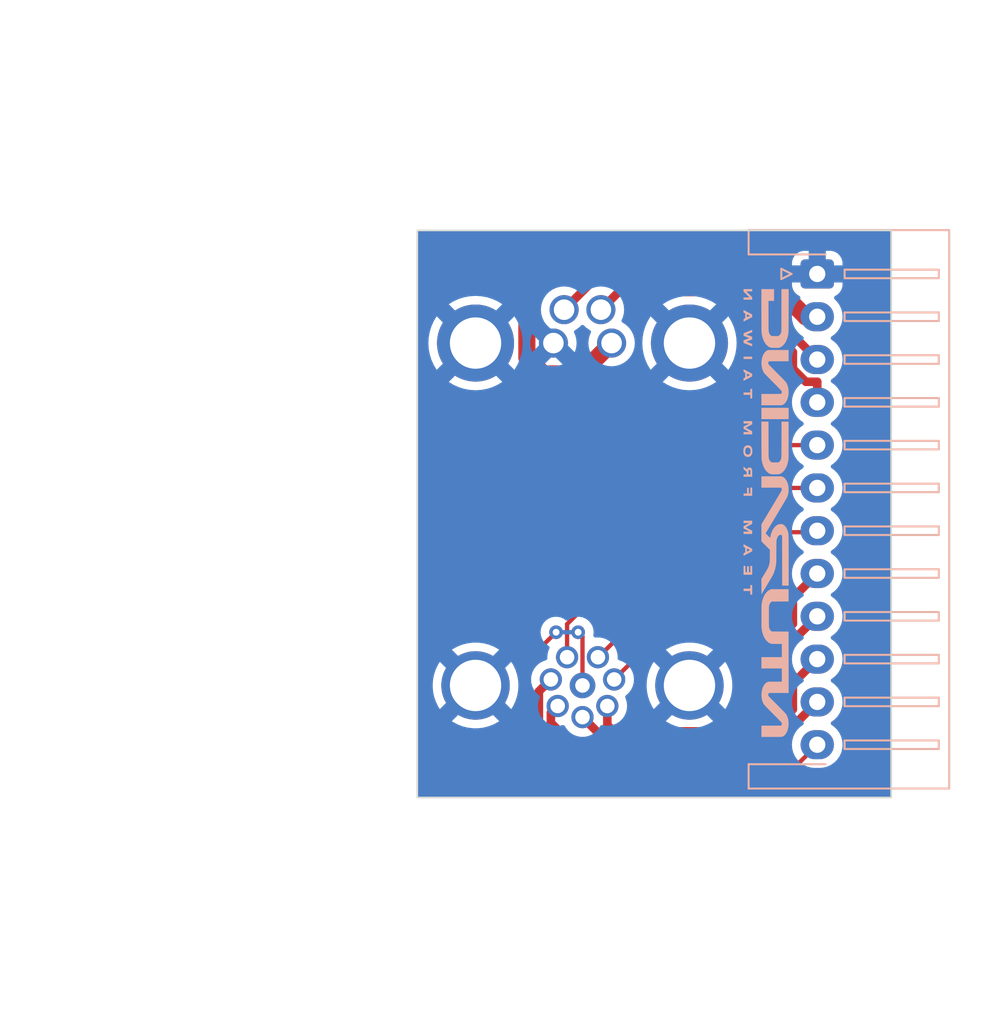
<source format=kicad_pcb>
(kicad_pcb (version 20221018) (generator pcbnew)
  (title_block (title "EP5 rearbox left connector board") (date "2024-03-21") (rev "1") (company "NTURacing") (comment 1 "郭哲明") (comment 2 "Electrical group"))
  (layers (0 "F.Cu" signal) (31 "B.Cu" signal) (34 "B.Paste" user) (35 "F.Paste" user) (36 "B.SilkS" user "B.Silkscreen") (37 "F.SilkS" user "F.Silkscreen") (38 "B.Mask" user) (39 "F.Mask" user) (44 "Edge.Cuts" user))
  (net 0 "")
  (net 1 "+5V")
  (net 2 "RS485_1B")
  (net 3 "RS485_1A")
  (net 4 "RS485_2B")
  (net 5 "RS485_2A")
  (net 6 "APPSmicro_raw")
  (net 7 "brakemicro_raw")
  (net 8 "GND")
  (net 9 "CANH")
  (net 10 "CANL")
  (net 11 "+24V")
  (net 12 "GNDPWR")
  (footprint "nturt_kicad_lib:WP-04F3-26-11" (layer "F.Cu") (at 143.51 73.38)
    (fp_text reference "J3" hide)
    (fp_text value "CAN and 24V" hide)
  )
  (footprint "nturt_kicad_lib:WP-08F3-19-11" (layer "F.Cu") (at 143.51 93.38)
    (fp_text reference "J2" hide)
    (fp_text value "Pedal and steering")
  )
  (footprint "Connector_JST:JST_XH_S12B-XH-A-1_1x12_P2.50mm_Horizontal" (layer "B.Cu") (at 157.226 69.342 -90)
    (fp_text reference "J1" hide)
    (fp_text value "nucleo")
  )
  (gr_poly (pts (xy 153.312921 86.397977) (xy 153.312921 86.763455) (xy 153.274115 86.766277) (xy 153.23531 86.768394) (xy 153.23531 86.419144) (xy 153.122421 86.419144) (xy 153.122421 86.764866) (xy 153.083615 86.764866) (xy 153.075774 86.764897) (xy 153.068247 86.764987) (xy 153.061217 86.765126) (xy 153.054864 86.765307) (xy 153.049371 86.76552) (xy 153.04492 86.765759) (xy 153.041692 86.766014) (xy 153.040595 86.766145) (xy 153.039871 86.766277) (xy 153.03921 86.765565) (xy 153.038551 86.762964) (xy 153.037247 86.752475) (xy 153.035976 86.735569) (xy 153.034755 86.713008) (xy 153.032528 86.653962) (xy 153.030698 86.581422) (xy 153.027171 86.394449) (xy 152.921337 86.394449) (xy 152.919221 86.653389) (xy 152.91781 86.913033) (xy 153.425809 86.913033) (xy 153.425809 86.397977)) (fill solid) (layer "B.SilkS"))
  (gr_poly (pts (xy 153.312921 76.054535) (xy 153.312921 76.2662) (xy 152.917104 76.2662) (xy 152.919221 76.33464) (xy 152.921337 76.403783) (xy 153.117482 76.4059) (xy 153.312921 76.407311) (xy 153.312921 76.618978) (xy 153.425809 76.618978) (xy 153.425809 76.054535)) (fill solid) (layer "B.SilkS"))
  (gr_poly (pts (xy 155.553059 77.970116) (xy 155.136782 77.970116) (xy 155.135371 79.008694) (xy 155.134669 79.385781) (xy 155.134268 79.536889) (xy 155.133728 79.665709) (xy 155.132968 79.774243) (xy 155.13191 79.864492) (xy 155.130474 79.93846) (xy 155.129589 79.969963) (xy 155.12858 79.998147) (xy 155.127436 80.023261) (xy 155.126148 80.045556) (xy 155.124706 80.065282) (xy 155.123099 80.082689) (xy 155.121318 80.098027) (xy 155.119354 80.111547) (xy 155.117195 80.123499) (xy 155.114832 80.134132) (xy 155.112256 80.143699) (xy 155.109455 80.152448) (xy 155.106421 80.160629) (xy 155.103142 80.168494) (xy 155.095815 80.184274) (xy 155.087393 80.20179) (xy 155.081352 80.214239) (xy 155.07538 80.225944) (xy 155.069448 80.236938) (xy 155.063525 80.247254) (xy 155.057581 80.256925) (xy 155.051587 80.265984) (xy 155.045512 80.274464) (xy 155.039327 80.282399) (xy 155.033001 80.289821) (xy 155.026504 80.296763) (xy 155.019807 80.303259) (xy 155.012879 80.309342) (xy 155.005691 80.315044) (xy 154.998213 80.3204) (xy 154.990414 80.32544) (xy 154.982265 80.3302) (xy 154.946282 80.351367) (xy 154.760721 80.351367) (xy 154.705931 80.351286) (xy 154.662263 80.350981) (xy 154.644126 80.350717) (xy 154.628202 80.350363) (xy 154.614301 80.349907) (xy 154.602235 80.349339) (xy 154.591815 80.348646) (xy 154.58285 80.347819) (xy 154.575153 80.346844) (xy 154.568534 80.345712) (xy 154.562804 80.34441) (xy 154.557773 80.342927) (xy 154.553253 80.341251) (xy 154.549054 80.339373) (xy 154.541119 80.335217) (xy 154.533202 80.330434) (xy 154.525321 80.325045) (xy 154.517491 80.319066) (xy 154.509733 80.312516) (xy 154.502062 80.305415) (xy 154.494496 80.29778) (xy 154.487053 80.28963) (xy 154.479751 80.280985) (xy 154.472607 80.271862) (xy 154.465639 80.26228) (xy 154.458864 80.252258) (xy 154.4523 80.241814) (xy 154.445964 80.230967) (xy 154.439874 80.219736) (xy 154.434048 80.208138) (xy 154.416059 80.171445) (xy 154.40285 80.136315) (xy 154.393641 80.085789) (xy 154.387658 80.00291) (xy 154.384122 79.870719) (xy 154.382256 79.672258) (xy 154.380426 79.008694) (xy 154.377604 77.966588) (xy 153.961326 77.966588) (xy 153.964149 79.043972) (xy 153.965857 79.614326) (xy 153.966939 79.80751) (xy 153.968294 79.950788) (xy 153.970012 80.052724) (xy 153.972185 80.121885) (xy 153.973471 80.146852) (xy 153.974904 80.166837) (xy 153.976497 80.182911) (xy 153.97826 80.196145) (xy 153.988057 80.25474) (xy 153.999189 80.311458) (xy 154.011653 80.366288) (xy 154.025444 80.419222) (xy 154.040557 80.470249) (xy 154.05699 80.519362) (xy 154.074737 80.56655) (xy 154.093794 80.611805) (xy 154.114158 80.655116) (xy 154.135824 80.696475) (xy 154.158789 80.735873) (xy 154.183047 80.773299) (xy 154.208595 80.808746) (xy 154.235429 80.842203) (xy 154.263544 80.873661) (xy 154.292937 80.90311) (xy 154.305906 80.91514) (xy 154.318403 80.926388) (xy 154.330504 80.936901) (xy 154.342282 80.946722) (xy 154.353812 80.9559) (xy 154.365169 80.964477) (xy 154.376426 80.972501) (xy 154.387658 80.980016) (xy 154.39894 80.987068) (xy 154.410346 80.993703) (xy 154.421951 80.999965) (xy 154.433828 81.005901) (xy 154.446053 81.011556) (xy 154.458699 81.016975) (xy 154.471841 81.022204) (xy 154.485554 81.027289) (xy 154.537059 81.046339) (xy 154.981559 81.046339) (xy 155.033065 81.027289) (xy 155.044415 81.022952) (xy 155.056525 81.017996) (xy 155.069032 81.012592) (xy 155.081572 81.006916) (xy 155.093781 81.001141) (xy 155.105296 80.99544) (xy 155.115753 80.989987) (xy 155.124787 80.984956) (xy 155.136351 80.977717) (xy 155.148968 80.968815) (xy 155.162467 80.958423) (xy 155.176679 80.946712) (xy 155.191432 80.933857) (xy 155.206556 80.920029) (xy 155.221881 80.905402) (xy 155.237235 80.890147) (xy 155.252449 80.874437) (xy 155.267352 80.858445) (xy 155.281773 80.842343) (xy 155.295543 80.826305) (xy 155.308489 80.810502) (xy 155.320442 80.795108) (xy 155.331232 80.780294) (xy 155.340687 80.766234) (xy 155.362482 80.731245) (xy 155.383149 80.695079) (xy 155.402685 80.657749) (xy 155.421087 80.619269) (xy 155.438353 80.579652) (xy 155.454479 80.538911) (xy 155.469461 80.49706) (xy 155.483298 80.454113) (xy 155.495985 80.410083) (xy 155.507519 80.364983) (xy 155.517899 80.318827) (xy 155.527119 80.271628) (xy 155.535178 80.223399) (xy 155.542072 80.174155) (xy 155.547798 80.123908) (xy 155.552354 80.072672) (xy 155.553765 79.007284)) (fill solid) (layer "B.SilkS"))
  (gr_poly (pts (xy 153.252243 70.530739) (xy 153.078676 70.360702) (xy 153.425809 70.360702) (xy 153.425809 70.226644) (xy 152.91781 70.226644) (xy 152.91781 70.373402) (xy 153.092787 70.543439) (xy 153.267059 70.713478) (xy 152.91781 70.713478) (xy 152.91781 70.847535) (xy 153.425809 70.847535) (xy 153.425809 70.700778)) (fill solid) (layer "B.SilkS"))
  (gr_poly (pts (xy 153.425534 80.928217) (xy 153.42514 80.898474) (xy 153.424531 80.871923) (xy 153.423673 80.848295) (xy 153.422535 80.82732) (xy 153.421083 80.808728) (xy 153.419283 80.79225) (xy 153.417103 80.777616) (xy 153.41586 80.770906) (xy 153.41451 80.764556) (xy 153.413047 80.758532) (xy 153.41147 80.7528) (xy 153.409772 80.747327) (xy 153.40795 80.742079) (xy 153.406 80.737022) (xy 153.403918 80.732122) (xy 153.39934 80.722661) (xy 153.394184 80.713425) (xy 153.388415 80.704144) (xy 153.382181 80.695846) (xy 153.375154 80.688161) (xy 153.367385 80.681106) (xy 153.358925 80.674698) (xy 153.349824 80.668957) (xy 153.340133 80.663899) (xy 153.329902 80.659541) (xy 153.319182 80.655902) (xy 153.308025 80.652998) (xy 153.296479 80.650848) (xy 153.284597 80.64947) (xy 153.272428 80.648879) (xy 153.260024 80.649095) (xy 153.247435 80.650135) (xy 153.234711 80.652016) (xy 153.221904 80.654756) (xy 153.217005 80.655982) (xy 153.212344 80.657292) (xy 153.207897 80.658704) (xy 153.203637 80.660234) (xy 153.199537 80.661901) (xy 153.195574 80.663722) (xy 153.191719 80.665714) (xy 153.187949 80.667896) (xy 153.184236 80.670284) (xy 153.180556 80.672897) (xy 153.176881 80.675751) (xy 153.173187 80.678865) (xy 153.169448 80.682256) (xy 153.165637 80.685942) (xy 153.161729 80.689939) (xy 153.157698 80.694266) (xy 153.152029 80.700559) (xy 153.14674 80.706636) (xy 153.141947 80.712349) (xy 153.139773 80.715023) (xy 153.137766 80.71755) (xy 153.135941 80.719912) (xy 153.134313 80.722089) (xy 153.132895 80.724064) (xy 153.131703 80.725818) (xy 153.13075 80.727333) (xy 153.130052 80.728588) (xy 153.129623 80.729567) (xy 153.129513 80.729947) (xy 153.129476 80.73025) (xy 153.129444 80.730944) (xy 153.129348 80.731699) (xy 153.129192 80.732509) (xy 153.12898 80.73337) (xy 153.128714 80.734276) (xy 153.128397 80.735223) (xy 153.128033 80.736205) (xy 153.127624 80.737217) (xy 153.127174 80.738254) (xy 153.126686 80.73931) (xy 153.126162 80.740381) (xy 153.125607 80.741461) (xy 153.124412 80.743629) (xy 153.123126 80.745772) (xy 153.121977 80.746949) (xy 153.120352 80.747547) (xy 153.118204 80.747533) (xy 153.115486 80.746875) (xy 153.112153 80.745538) (xy 153.108157 80.74349) (xy 153.103452 80.740698) (xy 153.097991 80.737129) (xy 153.084617 80.727527) (xy 153.067663 80.714419) (xy 153.046757 80.697541) (xy 153.021526 80.676627) (xy 152.983955 80.646234) (xy 152.952735 80.62133) (xy 152.940498 80.611743) (xy 152.931039 80.604496) (xy 152.924755 80.599912) (xy 152.922927 80.598718) (xy 152.922043 80.598312) (xy 152.921646 80.598711) (xy 152.921253 80.599881) (xy 152.920488 80.604386) (xy 152.919773 80.61152) (xy 152.919132 80.620977) (xy 152.918591 80.632452) (xy 152.918173 80.645639) (xy 152.917905 80.660231) (xy 152.91781 80.675923) (xy 152.91781 80.753534) (xy 153.009532 80.829027) (xy 153.101254 80.904522) (xy 153.101254 81.049867) (xy 153.029287 81.050571) (xy 152.989802 81.050798) (xy 152.974247 81.050901) (xy 152.96119 81.051189) (xy 152.950411 81.051809) (xy 152.945807 81.052288) (xy 152.941689 81.052904) (xy 152.938032 81.053675) (xy 152.934806 81.054619) (xy 152.931984 81.055754) (xy 152.929539 81.057099) (xy 152.927444 81.058671) (xy 152.92567 81.060488) (xy 152.924191 81.062569) (xy 152.922979 81.064932) (xy 152.922005 81.067594) (xy 152.921244 81.070574) (xy 152.920666 81.07389) (xy 152.920246 81.07756) (xy 152.919765 81.086034) (xy 152.91958 81.096141) (xy 152.919221 81.121834) (xy 152.917104 81.190978) (xy 153.214143 81.190978) (xy 153.214143 81.053395) (xy 153.214143 80.934861) (xy 153.214162 80.915613) (xy 153.214228 80.898517) (xy 153.214357 80.883426) (xy 153.214562 80.870193) (xy 153.214858 80.858671) (xy 153.215259 80.848715) (xy 153.215504 80.844277) (xy 153.21578 80.840176) (xy 153.21609 80.836393) (xy 153.216436 80.832909) (xy 153.216819 80.829706) (xy 153.21724 80.826766) (xy 153.217703 80.82407) (xy 153.218208 80.8216) (xy 153.218758 80.819339) (xy 153.219354 80.817266) (xy 153.219997 80.815365) (xy 153.220691 80.813616) (xy 153.221437 80.812002) (xy 153.222236 80.810503) (xy 153.22309 80.809103) (xy 153.224001 80.807781) (xy 153.224972 80.806521) (xy 153.226003 80.805303) (xy 153.227096 80.80411) (xy 153.228254 80.802922) (xy 153.230094 80.801194) (xy 153.232039 80.799582) (xy 153.234081 80.798085) (xy 153.236214 80.796702) (xy 153.238428 80.795435) (xy 153.240718 80.794281) (xy 153.243077 80.793242) (xy 153.245496 80.792317) (xy 153.247969 80.791506) (xy 153.250489 80.790808) (xy 153.253047 80.790223) (xy 153.255638 80.789751) (xy 153.258254 80.789392) (xy 153.260887 80.789145) (xy 153.263531 80.789011) (xy 153.266178 80.788988) (xy 153.26882 80.789077) (xy 153.271451 80.789277) (xy 153.274064 80.789588) (xy 153.276651 80.79001) (xy 153.279204 80.790543) (xy 153.281718 80.791186) (xy 153.284183 80.791939) (xy 153.286594 80.792802) (xy 153.288944 80.793774) (xy 153.291223 80.794856) (xy 153.293427 80.796046) (xy 153.295546 80.797346) (xy 153.297575 80.798754) (xy 153.299505 80.80027) (xy 153.30133 80.801895) (xy 153.303043 80.803627) (xy 153.305171 80.806186) (xy 153.307068 80.808916) (xy 153.308753 80.81194) (xy 153.310242 80.815379) (xy 153.311553 80.819356) (xy 153.312704 80.823992) (xy 153.313713 80.82941) (xy 153.314596 80.83573) (xy 153.316058 80.851569) (xy 153.317231 80.872485) (xy 153.318255 80.899453) (xy 153.319271 80.93345) (xy 153.321387 81.048456) (xy 153.267765 81.051278) (xy 153.214143 81.053395) (xy 153.214143 81.190978) (xy 153.425809 81.190978) (xy 153.425809 80.998361)) (fill solid) (layer "B.SilkS"))
  (gr_poly (pts (xy 153.43679 79.681289) (xy 153.436393 79.666978) (xy 153.434573 79.63907) (xy 153.431757 79.61249) (xy 153.429974 79.599694) (xy 153.427941 79.587224) (xy 153.425656 79.575081) (xy 153.42312 79.563261) (xy 153.420331 79.551764) (xy 153.41729 79.540587) (xy 153.413995 79.52973) (xy 153.410447 79.519191) (xy 153.406645 79.508968) (xy 153.402588 79.49906) (xy 153.398275 79.489465) (xy 153.393707 79.480182) (xy 153.388882 79.471208) (xy 153.383801 79.462544) (xy 153.378462 79.454186) (xy 153.372865 79.446133) (xy 153.36701 79.438385) (xy 153.360896 79.430938) (xy 153.354523 79.423793) (xy 153.34789 79.416946) (xy 153.340996 79.410398) (xy 153.333841 79.404145) (xy 153.326425 79.398187) (xy 153.318747 79.392522) (xy 153.310806 79.387149) (xy 153.302602 79.382065) (xy 153.294135 79.37727) (xy 153.285404 79.372761) (xy 153.273115 79.366848) (xy 153.267504 79.364388) (xy 153.262099 79.362233) (xy 153.256784 79.360364) (xy 153.251446 79.358759) (xy 153.245972 79.357401) (xy 153.240248 79.356269) (xy 153.234161 79.355344) (xy 153.227595 79.354606) (xy 153.220439 79.354035) (xy 153.212577 79.353612) (xy 153.194285 79.353131) (xy 153.171809 79.353005) (xy 153.150706 79.353151) (xy 153.141476 79.35335) (xy 153.133026 79.353645) (xy 153.125278 79.354048) (xy 153.118157 79.354568) (xy 153.111585 79.355217) (xy 153.105487 79.356004) (xy 153.099786 79.35694) (xy 153.094405 79.358035) (xy 153.089268 79.3593) (xy 153.084299 79.360745) (xy 153.07942 79.362379) (xy 153.074556 79.364215) (xy 153.06963 79.366261) (xy 153.064565 79.368528) (xy 153.045598 79.378226) (xy 153.027854 79.38933) (xy 153.011334 79.401836) (xy 152.996038 79.415745) (xy 152.981965 79.431056) (xy 152.969117 79.447767) (xy 152.957491 79.465877) (xy 152.94709 79.485386) (xy 152.937912 79.506292) (xy 152.929958 79.528594) (xy 152.923228 79.552292) (xy 152.917721 79.577383) (xy 152.913438 79.603868) (xy 152.910379 79.631746) (xy 152.908543 79.661014) (xy 152.907932 79.691672) (xy 152.908181 79.711305) (xy 152.90893 79.730381) (xy 152.910175 79.748899) (xy 152.911916 79.766855) (xy 152.914149 79.784249) (xy 152.916875 79.801076) (xy 152.920091 79.817336) (xy 152.923796 79.833026) (xy 152.927987 79.848143) (xy 152.932663 79.862685) (xy 152.937823 79.87665) (xy 152.943464 79.890035) (xy 152.949586 79.902839) (xy 152.956186 79.915058) (xy 152.963263 79.926691) (xy 152.970814 79.937735) (xy 152.978839 79.948188) (xy 152.987336 79.958047) (xy 152.996303 79.96731) (xy 153.005738 79.975976) (xy 153.01564 79.98404) (xy 153.026006 79.991502) (xy 153.036836 79.998359) (xy 153.048128 80.004608) (xy 153.059879 80.010248) (xy 153.072089 80.015276) (xy 153.084755 80.019689) (xy 153.097876 80.023485) (xy 153.111451 80.026662) (xy 153.125477 80.029218) (xy 153.139952 80.03115) (xy 153.154876 80.032456) (xy 153.16882 80.033019) (xy 153.171104 80.033014) (xy 153.171104 79.892756) (xy 153.161458 79.892519) (xy 153.152099 79.891811) (xy 153.143031 79.890635) (xy 153.134255 79.888996) (xy 153.125776 79.886897) (xy 153.117594 79.884343) (xy 153.109713 79.881337) (xy 153.102136 79.877885) (xy 153.094865 79.873988) (xy 153.087902 79.869653) (xy 153.08125 79.864882) (xy 153.074911 79.859679) (xy 153.06889 79.854049) (xy 153.063186 79.847996) (xy 153.057805 79.841524) (xy 153.052747 79.834636) (xy 153.048016 79.827337) (xy 153.043614 79.81963) (xy 153.039544 79.81152) (xy 153.035808 79.803011) (xy 153.032409 79.794107) (xy 153.02935 79.784811) (xy 153.02426 79.765061) (xy 153.02056 79.743794) (xy 153.018269 79.721042) (xy 153.017408 79.696836) (xy 153.017998 79.67121) (xy 153.019819 79.648942) (xy 153.021104 79.63837) (xy 153.02264 79.62817) (xy 153.024428 79.618342) (xy 153.026469 79.608884) (xy 153.028765 79.599795) (xy 153.031316 79.591075) (xy 153.034123 79.582721) (xy 153.037188 79.574733) (xy 153.040511 79.56711) (xy 153.044093 79.55985) (xy 153.047936 79.552953) (xy 153.05204 79.546416) (xy 153.056407 79.540239) (xy 153.061037 79.534421) (xy 153.065932 79.528961) (xy 153.071093 79.523857) (xy 153.07652 79.519109) (xy 153.082215 79.514714) (xy 153.088179 79.510673) (xy 153.094412 79.506983) (xy 153.100916 79.503644) (xy 153.107692 79.500654) (xy 153.114741 79.498013) (xy 153.122064 79.495719) (xy 153.129661 79.49377) (xy 153.137535 79.492167) (xy 153.145685 79.490907) (xy 153.154114 79.48999) (xy 153.162822 79.489414) (xy 153.171809 79.489178) (xy 153.18371 79.489486) (xy 153.195078 79.490413) (xy 153.200566 79.491112) (xy 153.205927 79.491969) (xy 153.211161 79.492985) (xy 153.216271 79.494161) (xy 153.221257 79.495499) (xy 153.226122 79.496999) (xy 153.230868 79.498662) (xy 153.235495 79.500489) (xy 153.240007 79.502482) (xy 153.244404 79.504641) (xy 153.248687 79.506968) (xy 153.25286 79.509463) (xy 153.256923 79.512127) (xy 153.260878 79.514962) (xy 153.264727 79.517969) (xy 153.268472 79.521148) (xy 153.272114 79.524501) (xy 153.275654 79.528029) (xy 153.279095 79.531732) (xy 153.282438 79.535612) (xy 153.285685 79.53967) (xy 153.288838 79.543906) (xy 153.291898 79.548323) (xy 153.294867 79.55292) (xy 153.300538 79.562661) (xy 153.305865 79.573138) (xy 153.30989 79.582732) (xy 153.313494 79.593661) (xy 153.316668 79.605743) (xy 153.319403 79.61879) (xy 153.321692 79.632619) (xy 153.323526 79.647044) (xy 153.324897 79.661881) (xy 153.325797 79.676944) (xy 153.326218 79.692048) (xy 153.32615 79.707009) (xy 153.325586 79.721641) (xy 153.324518 79.735759) (xy 153.322938 79.749178) (xy 153.320836 79.761714) (xy 153.318205 79.773181) (xy 153.315037 79.783395) (xy 153.309677 79.797064) (xy 153.303904 79.809769) (xy 153.297704 79.821521) (xy 153.29106 79.832332) (xy 153.283957 79.842212) (xy 153.280228 79.846807) (xy 153.276379 79.851174) (xy 153.272408 79.855314) (xy 153.268312 79.859228) (xy 153.26409 79.862918) (xy 153.259739 79.866386) (xy 153.255259 79.869633) (xy 153.250646 79.872659) (xy 153.245899 79.875468) (xy 153.241016 79.878059) (xy 153.235995 79.880436) (xy 153.230834 79.882598) (xy 153.225532 79.884547) (xy 153.220085 79.886285) (xy 153.214493 79.887813) (xy 153.208753 79.889133) (xy 153.196822 79.891154) (xy 153.184278 79.892358) (xy 153.171104 79.892756) (xy 153.171104 80.033014) (xy 153.182469 80.032991) (xy 153.19582 80.032376) (xy 153.208868 80.031178) (xy 153.221607 80.029403) (xy 153.234034 80.027053) (xy 153.246144 80.024133) (xy 153.257931 80.020649) (xy 153.269393 80.016602) (xy 153.280522 80.011999) (xy 153.291316 80.006844) (xy 153.30177 80.00114) (xy 153.311878 79.994891) (xy 153.321636 79.988103) (xy 153.33104 79.980779) (xy 153.340085 79.972924) (xy 153.348766 79.964542) (xy 153.357078 79.955637) (xy 153.365017 79.946213) (xy 153.372579 79.936276) (xy 153.379758 79.925828) (xy 153.38655 79.914874) (xy 153.392951 79.903418) (xy 153.398955 79.891466) (xy 153.404558 79.87902) (xy 153.409755 79.866086) (xy 153.414542 79.852667) (xy 153.418914 79.838768) (xy 153.422867 79.824394) (xy 153.426395 79.809547) (xy 153.43216 79.778456) (xy 153.433615 79.768081) (xy 153.434806 79.755779) (xy 153.435732 79.742006) (xy 153.436393 79.727215) (xy 153.43679 79.711862) (xy 153.436922 79.696402)) (fill solid) (layer "B.SilkS"))
  (gr_poly (pts (xy 153.312921 81.818922) (xy 153.312921 82.164645) (xy 153.228254 82.164645) (xy 153.228254 81.83515) (xy 153.175337 81.833738) (xy 153.122421 81.832327) (xy 153.122421 82.164645) (xy 152.917104 82.164645) (xy 152.919221 82.233084) (xy 152.921337 82.302228) (xy 153.164754 82.304345) (xy 153.26007 82.304609) (xy 153.339379 82.304344) (xy 153.394346 82.303551) (xy 153.410097 82.302955) (xy 153.414584 82.302608) (xy 153.416637 82.302228) (xy 153.417903 82.301192) (xy 153.419057 82.298801) (xy 153.421047 82.289495) (xy 153.42264 82.273392) (xy 153.423869 82.249575) (xy 153.424768 82.217127) (xy 153.425368 82.175128) (xy 153.425809 82.058811) (xy 153.425809 81.818922)) (fill solid) (layer "B.SilkS"))
  (gr_poly (pts (xy 153.425776 85.461773) (xy 153.425677 85.453242) (xy 153.425512 85.445276) (xy 153.42528 85.437871) (xy 153.424983 85.43102) (xy 153.424619 85.424716) (xy 153.424189 85.418954) (xy 153.423693 85.413728) (xy 153.423131 85.40903) (xy 153.422502 85.404856) (xy 153.421808 85.401198) (xy 153.421047 85.398051) (xy 153.42022 85.395408) (xy 153.419782 85.394274) (xy 153.419327 85.393264) (xy 153.418856 85.392376) (xy 153.418368 85.391611) (xy 153.417864 85.390967) (xy 153.417343 85.390444) (xy 153.400718 85.381052) (xy 153.362133 85.360282) (xy 153.307409 85.33131) (xy 153.242365 85.297311) (xy 153.10196 85.224109) (xy 153.041149 85.192138) (xy 152.997537 85.168899) (xy 152.91781 85.127272) (xy 152.91781 85.282494) (xy 152.965787 85.306483) (xy 153.013059 85.330471) (xy 153.015176 85.46876) (xy 153.016587 85.607755) (xy 152.967199 85.63245) (xy 152.91781 85.657145) (xy 152.91781 85.731228) (xy 152.917848 85.745072) (xy 152.917987 85.757284) (xy 152.918261 85.767932) (xy 152.918458 85.772693) (xy 152.918703 85.777089) (xy 152.918997 85.781129) (xy 152.919347 85.784823) (xy 152.919756 85.788179) (xy 152.920228 85.791205) (xy 152.920768 85.793911) (xy 152.92138 85.796306) (xy 152.922068 85.798398) (xy 152.922837 85.800195) (xy 152.92369 85.801708) (xy 152.924632 85.802944) (xy 152.925138 85.803461) (xy 152.925668 85.803912) (xy 152.926222 85.804299) (xy 152.926801 85.804622) (xy 152.927406 85.804882) (xy 152.928036 85.805081) (xy 152.929377 85.805299) (xy 152.930829 85.805284) (xy 152.932395 85.805046) (xy 152.93408 85.804593) (xy 152.935888 85.803933) (xy 152.937823 85.803076) (xy 152.93989 85.802031) (xy 152.942093 85.800805) (xy 152.944436 85.799409) (xy 152.949559 85.796138) (xy 152.971994 85.783427) (xy 153.022673 85.756363) (xy 153.115365 85.707949) (xy 153.115365 85.558367) (xy 153.115365 85.470172) (xy 153.11543 85.452405) (xy 153.115619 85.435853) (xy 153.115923 85.420872) (xy 153.116335 85.407818) (xy 153.116846 85.397046) (xy 153.117449 85.388912) (xy 153.117781 85.385945) (xy 153.118134 85.38377) (xy 153.118504 85.382433) (xy 153.118697 85.382092) (xy 153.118893 85.381978) (xy 153.12138 85.382842) (xy 153.127018 85.385318) (xy 153.146321 85.394413) (xy 153.173959 85.407873) (xy 153.207087 85.42431) (xy 153.239962 85.44088) (xy 153.25434 85.448235) (xy 153.266883 85.454738) (xy 153.277243 85.460215) (xy 153.285073 85.464494) (xy 153.290026 85.4674) (xy 153.291315 85.468284) (xy 153.291643 85.468574) (xy 153.291754 85.46876) (xy 153.289961 85.46992) (xy 153.28482 85.472751) (xy 153.265913 85.482695) (xy 153.20356 85.514622) (xy 153.115365 85.558367) (xy 153.115365 85.707949) (xy 153.178865 85.674783) (xy 153.263741 85.631027) (xy 153.335587 85.593556) (xy 153.410287 85.554133) (xy 153.412787 85.552322) (xy 153.415006 85.550527) (xy 153.41696 85.548647) (xy 153.418666 85.546582) (xy 153.42014 85.544231) (xy 153.4214 85.541495) (xy 153.422461 85.538274) (xy 153.42334 85.534466) (xy 153.424054 85.529972) (xy 153.424619 85.524691) (xy 153.425051 85.518524) (xy 153.425368 85.51137) (xy 153.425721 85.493699) (xy 153.425809 85.470878)) (fill solid) (layer "B.SilkS"))
  (gr_poly (pts (xy 155.133254 70.226644) (xy 155.131843 71.469833) (xy 155.129726 72.713729) (xy 155.113498 72.759589) (xy 155.106262 72.778666) (xy 155.09883 72.796751) (xy 155.091193 72.813857) (xy 155.083336 72.830002) (xy 155.075247 72.845199) (xy 155.066915 72.859465) (xy 155.058327 72.872816) (xy 155.049469 72.885266) (xy 155.040331 72.896832) (xy 155.030899 72.907529) (xy 155.021161 72.917371) (xy 155.011105 72.926376) (xy 155.000718 72.934558) (xy 154.989988 72.941933) (xy 154.978902 72.948516) (xy 154.967448 72.954323) (xy 154.955611 72.959709) (xy 154.949933 72.961911) (xy 154.944055 72.963815) (xy 154.937705 72.965441) (xy 154.930613 72.966812) (xy 154.922509 72.967949) (xy 154.913121 72.968875) (xy 154.88941 72.970177) (xy 154.857316 72.970892) (xy 154.759309 72.971256) (xy 154.706125 72.971169) (xy 154.683956 72.971038) (xy 154.664434 72.970826) (xy 154.647335 72.97052) (xy 154.632434 72.970103) (xy 154.619504 72.96956) (xy 154.608321 72.968875) (xy 154.598659 72.968033) (xy 154.590293 72.967019) (xy 154.582998 72.965816) (xy 154.576549 72.96441) (xy 154.570719 72.962785) (xy 154.565284 72.960925) (xy 154.560019 72.958815) (xy 154.554698 72.956439) (xy 154.537596 72.947717) (xy 154.521233 72.937199) (xy 154.505636 72.92494) (xy 154.490835 72.910997) (xy 154.476856 72.895425) (xy 154.463727 72.878279) (xy 154.451477 72.859617) (xy 154.440134 72.839493) (xy 154.429725 72.817964) (xy 154.420278 72.795085) (xy 154.411821 72.770911) (xy 154.404382 72.7455) (xy 154.397989 72.718906) (xy 154.39267 72.691186) (xy 154.388453 72.662395) (xy 154.385365 72.632589) (xy 154.382774 72.537394) (xy 154.380514 72.337755) (xy 154.378309 71.734418) (xy 154.378309 70.91809) (xy 154.702865 70.91809) (xy 154.702865 70.226644) (xy 153.962032 70.226644) (xy 153.962737 71.438085) (xy 153.965207 72.316853) (xy 153.967301 72.60192) (xy 153.969793 72.727841) (xy 153.973037 72.762751) (xy 153.976959 72.797183) (xy 153.981575 72.83125) (xy 153.986903 72.86507) (xy 153.992958 72.898757) (xy 153.999757 72.932427) (xy 154.007317 72.966197) (xy 154.015654 73.000182) (xy 154.031929 73.06001) (xy 154.050276 73.117713) (xy 154.070615 73.173187) (xy 154.092868 73.226324) (xy 154.116957 73.277017) (xy 154.142803 73.325161) (xy 154.170327 73.370649) (xy 154.199451 73.413374) (xy 154.230097 73.45323) (xy 154.262185 73.49011) (xy 154.278746 73.507401) (xy 154.295638 73.523909) (xy 154.312851 73.539619) (xy 154.330376 73.554519) (xy 154.348203 73.568595) (xy 154.366321 73.581834) (xy 154.384722 73.594223) (xy 154.403395 73.605748) (xy 154.422331 73.616396) (xy 154.441519 73.626154) (xy 154.460951 73.635008) (xy 154.480615 73.642946) (xy 154.494963 73.648099) (xy 154.509278 73.652029) (xy 154.526504 73.654901) (xy 154.549583 73.65688) (xy 154.58146 73.658131) (xy 154.625078 73.65882) (xy 154.759309 73.659174) (xy 154.835239 73.659113) (xy 154.893541 73.65882) (xy 154.917002 73.658536) (xy 154.937159 73.658131) (xy 154.954381 73.657586) (xy 154.969036 73.65688) (xy 154.981491 73.655991) (xy 154.992115 73.654901) (xy 154.996855 73.654273) (xy 155.001276 73.653587) (xy 155.005422 73.652839) (xy 155.009341 73.652029) (xy 155.016678 73.650206) (xy 155.023656 73.648099) (xy 155.030642 73.645685) (xy 155.038004 73.642946) (xy 155.087994 73.620723) (xy 155.136265 73.592599) (xy 155.182669 73.558837) (xy 155.22706 73.519704) (xy 155.269288 73.475466) (xy 155.309206 73.426388) (xy 155.346666 73.372735) (xy 155.381521 73.314774) (xy 155.413623 73.252769) (xy 155.442823 73.186987) (xy 155.468975 73.117693) (xy 155.49193 73.045153) (xy 155.51154 72.969632) (xy 155.527658 72.891396) (xy 155.540136 72.81071) (xy 155.548826 72.727841) (xy 155.553148 72.320999) (xy 155.555882 71.441613) (xy 155.556587 70.226644)) (fill solid) (layer "B.SilkS"))
  (gr_poly (pts (xy 154.968859 73.782645) (xy 154.799073 73.782724) (xy 154.66374 73.783009) (xy 154.558751 73.783575) (xy 154.479998 73.784497) (xy 154.42337 73.785849) (xy 154.402069 73.78671) (xy 154.384759 73.787706) (xy 154.370925 73.788846) (xy 154.360055 73.790141) (xy 154.351634 73.791598) (xy 154.345148 73.793229) (xy 154.323789 73.800442) (xy 154.302849 73.809222) (xy 154.28235 73.819529) (xy 154.262309 73.83132) (xy 154.223683 73.859193) (xy 154.187126 73.892513) (xy 154.152793 73.930951) (xy 154.12084 73.974178) (xy 154.09142 74.021866) (xy 154.06469 74.073686) (xy 154.040804 74.12931) (xy 154.019918 74.188408) (xy 154.002185 74.250652) (xy 153.987763 74.315714) (xy 153.976804 74.383265) (xy 153.969465 74.452975) (xy 153.9659 74.524517) (xy 153.966265 74.597562) (xy 153.967895 74.633101) (xy 153.970405 74.668022) (xy 153.9738 74.702338) (xy 153.978083 74.73606) (xy 153.98326 74.769198) (xy 153.989333 74.801766) (xy 153.996308 74.833773) (xy 154.004189 74.865231) (xy 154.012979 74.896152) (xy 154.022682 74.926547) (xy 154.033303 74.956427) (xy 154.044846 74.985804) (xy 154.057315 75.014689) (xy 154.070715 75.043094) (xy 154.085048 75.071029) (xy 154.100321 75.098507) (xy 154.113255 75.118521) (xy 154.132754 75.14353) (xy 154.1632 75.178129) (xy 154.208976 75.226917) (xy 154.364044 75.385447) (xy 154.633015 75.655895) (xy 154.858484 75.883006) (xy 154.945455 75.971299) (xy 155.015955 76.043509) (xy 155.070514 76.100208) (xy 155.109662 76.141967) (xy 155.123621 76.157422) (xy 155.133926 76.169356) (xy 155.140643 76.17784) (xy 155.143837 76.182946) (xy 155.145713 76.188007) (xy 155.147372 76.193255) (xy 155.148819 76.198672) (xy 155.150058 76.204239) (xy 155.15109 76.209935) (xy 155.15192 76.215743) (xy 155.152987 76.227615) (xy 155.153285 76.239703) (xy 155.152841 76.251852) (xy 155.151682 76.263911) (xy 155.149834 76.275725) (xy 155.147325 76.287143) (xy 155.144182 76.298011) (xy 155.14043 76.308176) (xy 155.138335 76.312947) (xy 155.136098 76.317485) (xy 155.133723 76.321771) (xy 155.131212 76.325785) (xy 155.12857 76.329509) (xy 155.125799 76.332924) (xy 155.122903 76.33601) (xy 155.119885 76.338748) (xy 155.116749 76.341119) (xy 155.113498 76.343104) (xy 155.101767 76.345059) (xy 155.073623 76.3467) (xy 154.965949 76.349104) (xy 154.786176 76.350449) (xy 154.530004 76.350868) (xy 153.961326 76.350868) (xy 153.962032 76.682479) (xy 153.962737 77.014088) (xy 154.547643 77.014088) (xy 154.735153 77.014032) (xy 154.878262 77.013768) (xy 154.935249 77.013515) (xy 154.983635 77.013158) (xy 155.024253 77.012679) (xy 155.057936 77.01206) (xy 155.085517 77.011284) (xy 155.107829 77.010334) (xy 155.125705 77.009191) (xy 155.139979 77.007838) (xy 155.146025 77.007078) (xy 155.151482 77.006258) (xy 155.156456 77.005378) (xy 155.161049 77.004434) (xy 155.169512 77.002347) (xy 155.177704 76.999979) (xy 155.197195 76.993163) (xy 155.216492 76.984905) (xy 155.235562 76.975238) (xy 155.254378 76.964193) (xy 155.272908 76.9518) (xy 155.291123 76.93809) (xy 155.308993 76.923094) (xy 155.326488 76.906844) (xy 155.343577 76.88937) (xy 155.360232 76.870703) (xy 155.376421 76.850875) (xy 155.392116 76.829916) (xy 155.407285 76.807858) (xy 155.421899 76.784731) (xy 155.435929 76.760566) (xy 155.449343 76.735394) (xy 155.457413 76.71859) (xy 155.465455 76.700044) (xy 155.473422 76.679933) (xy 155.481269 76.658434) (xy 155.496422 76.611979) (xy 155.51055 76.562093) (xy 155.523288 76.51019) (xy 155.534274 76.457682) (xy 155.543143 76.405985) (xy 155.549532 76.356512) (xy 155.551687 76.326877) (xy 155.552883 76.291149) (xy 155.553153 76.251303) (xy 155.55253 76.209315) (xy 155.551047 76.167162) (xy 155.548738 76.12682) (xy 155.545634 76.090264) (xy 155.54177 76.059471) (xy 155.536714 76.029337) (xy 155.530162 75.997118) (xy 155.522336 75.963577) (xy 155.51346 75.929473) (xy 155.503757 75.895568) (xy 155.493451 75.862622) (xy 155.482764 75.831396) (xy 155.47192 75.80265) (xy 155.452227 75.756143) (xy 155.442004 75.735047) (xy 155.430392 75.714092) (xy 155.416535 75.692307) (xy 155.399578 75.668717) (xy 155.378666 75.642352) (xy 155.352946 75.612238) (xy 155.28366 75.536875) (xy 155.184881 75.434846) (xy 154.871493 75.119672) (xy 154.679339 74.925711) (xy 154.521184 74.764426) (xy 154.459942 74.701204) (xy 154.413301 74.652353) (xy 154.383295 74.619939) (xy 154.375167 74.610542) (xy 154.37196 74.606029) (xy 154.370456 74.601777) (xy 154.36912 74.597366) (xy 154.366939 74.588123) (xy 154.365397 74.578412) (xy 154.364474 74.568347) (xy 154.36415 74.558043) (xy 154.364407 74.547613) (xy 154.365223 74.537171) (xy 154.36658 74.52683) (xy 154.368457 74.516703) (xy 154.370837 74.506906) (xy 154.373697 74.497551) (xy 154.37702 74.488752) (xy 154.380785 74.480622) (xy 154.384972 74.473277) (xy 154.387219 74.469933) (xy 154.389563 74.466828) (xy 154.392004 74.463976) (xy 154.394537 74.46139) (xy 154.410765 74.445868) (xy 154.982265 74.444457) (xy 155.553059 74.44234) (xy 155.554471 74.11214) (xy 155.555882 73.782645)) (fill solid) (layer "B.SilkS"))
  (gr_poly (pts (xy 153.424398 74.242667) (xy 153.422282 74.174227) (xy 152.921337 74.174227) (xy 152.919221 74.242667) (xy 152.917104 74.311813) (xy 153.426515 74.311813)) (fill solid) (layer "B.SilkS"))
  (gr_poly (pts (xy 153.260004 73.364957) (xy 153.195699 73.33927) (xy 153.14297 73.317684) (xy 153.122662 73.309132) (xy 153.107306 73.302449) (xy 153.09759 73.297915) (xy 153.095061 73.296542) (xy 153.094416 73.296094) (xy 153.094198 73.295812) (xy 153.095061 73.29509) (xy 153.09759 73.293742) (xy 153.107306 73.289307) (xy 153.14297 73.274468) (xy 153.195699 73.253544) (xy 153.260004 73.228783) (xy 153.425809 73.165284) (xy 153.424398 73.088378) (xy 153.422282 73.012179) (xy 153.390532 72.999479) (xy 153.218376 72.935978) (xy 153.078676 72.884471) (xy 153.250126 72.816034) (xy 153.422282 72.746888) (xy 153.424398 72.675629) (xy 153.424565 72.661224) (xy 153.424542 72.647836) (xy 153.424336 72.635755) (xy 153.423958 72.625269) (xy 153.423706 72.620715) (xy 153.423413 72.616668) (xy 153.423082 72.613166) (xy 153.422712 72.610243) (xy 153.422305 72.607935) (xy 153.421861 72.606281) (xy 153.421626 72.605709) (xy 153.421383 72.605314) (xy 153.421131 72.6051) (xy 153.42087 72.605072) (xy 153.399362 72.612988) (xy 153.344582 72.634529) (xy 153.168282 72.705262) (xy 152.921337 72.80545) (xy 152.921337 72.959261) (xy 153.085732 73.022762) (xy 153.149154 73.047821) (xy 153.176653 73.058915) (xy 153.200473 73.068711) (xy 153.219959 73.076953) (xy 153.234461 73.083384) (xy 153.239637 73.08584) (xy 153.243323 73.087748) (xy 153.245435 73.089075) (xy 153.245876 73.08951) (xy 153.245893 73.089789) (xy 153.243597 73.091156) (xy 153.238507 73.093581) (xy 153.221199 73.101078) (xy 153.196482 73.11122) (xy 153.166871 73.12295) (xy 153.087584 73.153643) (xy 153.004593 73.186451) (xy 152.91781 73.219611) (xy 152.91781 73.370599) (xy 153.166871 73.47079) (xy 153.26351 73.509661) (xy 153.343612 73.541521) (xy 153.398844 73.563062) (xy 153.414529 73.56893) (xy 153.42087 73.570978) (xy 153.421133 73.570886) (xy 153.421391 73.570612) (xy 153.421893 73.569539) (xy 153.422374 73.567797) (xy 153.422833 73.565421) (xy 153.423674 73.558923) (xy 153.424398 73.55034) (xy 153.424991 73.539971) (xy 153.425435 73.528115) (xy 153.425713 73.515067) (xy 153.425809 73.501127) (xy 153.425809 73.431278)) (fill solid) (layer "B.SilkS"))
  (gr_poly (pts (xy 155.55652 85.598) (xy 155.556047 85.214243) (xy 155.555532 85.062995) (xy 155.554764 84.935541) (xy 155.553692 84.829409) (xy 155.552266 84.742127) (xy 155.550434 84.671224) (xy 155.548147 84.61423) (xy 155.546816 84.590176) (xy 155.545353 84.568672) (xy 155.54375 84.54941) (xy 155.542002 84.532081) (xy 155.540102 84.516375) (xy 155.538043 84.501984) (xy 155.53582 84.488599) (xy 155.533427 84.47591) (xy 155.528101 84.451389) (xy 155.522015 84.42595) (xy 155.511181 84.384625) (xy 155.499073 84.344818) (xy 155.485726 84.306576) (xy 155.471171 84.269945) (xy 155.455442 84.234972) (xy 155.438572 84.201703) (xy 155.420594 84.170185) (xy 155.401541 84.140464) (xy 155.381447 84.112588) (xy 155.360344 84.086601) (xy 155.349424 84.074331) (xy 155.338265 84.062551) (xy 155.32687 84.051267) (xy 155.315243 84.040485) (xy 155.303389 84.03021) (xy 155.291312 84.020449) (xy 155.279016 84.011206) (xy 155.266505 84.002489) (xy 155.253783 83.994302) (xy 155.240854 83.986651) (xy 155.227723 83.979543) (xy 155.214393 83.972983) (xy 155.201006 83.966868) (xy 155.194974 83.964348) (xy 155.189191 83.962157) (xy 155.183516 83.960273) (xy 155.177806 83.958671) (xy 155.171918 83.95733) (xy 155.165709 83.956226) (xy 155.159038 83.955338) (xy 155.151761 83.954641) (xy 155.143736 83.954115) (xy 155.134819 83.953735) (xy 155.113744 83.953324) (xy 155.087393 83.953228) (xy 155.063503 83.953606) (xy 155.043251 83.954274) (xy 155.034283 83.954745) (xy 155.025976 83.955323) (xy 155.018248 83.956018) (xy 155.011016 83.956843) (xy 155.004198 83.957808) (xy 154.99771 83.958926) (xy 154.99147 83.960206) (xy 154.985396 83.961661) (xy 154.979404 83.963302) (xy 154.973412 83.965141) (xy 154.967338 83.967188) (xy 154.961098 83.969456) (xy 154.918861 83.987477) (xy 154.877925 84.009709) (xy 154.838371 84.036033) (xy 154.800276 84.066326) (xy 154.763718 84.100468) (xy 154.728778 84.138338) (xy 154.695532 84.179815) (xy 154.664059 84.224778) (xy 154.634439 84.273106) (xy 154.60675 84.324679) (xy 154.581069 84.379375) (xy 154.557476 84.437073) (xy 154.53605 84.497653) (xy 154.516868 84.560993) (xy 154.50001 84.626973) (xy 154.485554 84.695471) (xy 154.472854 84.761089) (xy 154.341621 84.628444) (xy 154.209682 84.496505) (xy 154.824221 83.47345) (xy 155.26387 82.737908) (xy 155.40217 82.504281) (xy 155.458515 82.40665) (xy 155.469896 82.379719) (xy 155.48117 82.350084) (xy 155.492162 82.318283) (xy 155.5027 82.284853) (xy 155.51261 82.250332) (xy 155.521717 82.215257) (xy 155.529849 82.180165) (xy 155.536832 82.145594) (xy 155.540552 82.122997) (xy 155.543776 82.098991) (xy 155.548727 82.047533) (xy 155.551677 81.992785) (xy 155.552618 81.936309) (xy 155.551542 81.879667) (xy 155.54844 81.824422) (xy 155.543304 81.772138) (xy 155.539971 81.747594) (xy 155.536126 81.724376) (xy 155.524939 81.669276) (xy 155.51155 81.61625) (xy 155.496057 81.565441) (xy 155.478557 81.516988) (xy 155.469085 81.493689) (xy 155.459147 81.471032) (xy 155.448756 81.449034) (xy 155.437924 81.427713) (xy 155.426663 81.407087) (xy 155.414986 81.387173) (xy 155.402904 81.367988) (xy 155.390429 81.349551) (xy 155.377574 81.331879) (xy 155.36435 81.314989) (xy 155.350771 81.298898) (xy 155.336848 81.283626) (xy 155.322593 81.269188) (xy 155.308018 81.255603) (xy 155.293136 81.242889) (xy 155.277959 81.231062) (xy 155.262498 81.22014) (xy 155.246767 81.210141) (xy 155.230776 81.201083) (xy 155.214539 81.192983) (xy 155.198067 81.185859) (xy 155.181372 81.179728) (xy 155.164468 81.174607) (xy 155.147365 81.170515) (xy 155.129996 81.168362) (xy 155.098241 81.166646) (xy 154.986675 81.164431) (xy 154.802878 81.16367) (xy 154.537059 81.164166) (xy 153.965559 81.166283) (xy 153.963443 81.495778) (xy 153.962032 81.825978) (xy 155.105737 81.825978) (xy 155.122671 81.84291) (xy 155.125457 81.845876) (xy 155.128125 81.849078) (xy 155.133102 81.856137) (xy 155.137588 81.863985) (xy 155.141566 81.872522) (xy 155.145024 81.881646) (xy 155.147947 81.891255) (xy 155.150319 81.901249) (xy 155.152128 81.911526) (xy 155.153357 81.921985) (xy 155.153993 81.932525) (xy 155.154022 81.943044) (xy 155.153428 81.953441) (xy 155.152198 81.963615) (xy 155.150317 81.973464) (xy 155.14777 81.982887) (xy 155.144543 81.991783) (xy 154.964979 82.296054) (xy 154.548348 82.992966) (xy 153.962032 83.969456) (xy 153.962032 84.962172) (xy 154.208976 85.209116) (xy 154.45592 85.456061) (xy 154.45592 85.770033) (xy 154.455489 85.897663) (xy 154.453925 86.001951) (xy 154.452592 86.046709) (xy 154.450823 86.087272) (xy 154.448569 86.124187) (xy 154.445778 86.158) (xy 154.4424 86.189258) (xy 154.438385 86.218508) (xy 154.433681 86.246297) (xy 154.428239 86.273171) (xy 154.422006 86.299677) (xy 154.414934 86.326362) (xy 154.40697 86.353772) (xy 154.398065 86.382455) (xy 154.385685 86.419837) (xy 154.372445 86.454896) (xy 154.356096 86.491856) (xy 154.334389 86.534943) (xy 154.305075 86.588382) (xy 154.265906 86.656398) (xy 154.149004 86.85306) (xy 153.962032 87.164916) (xy 153.963443 87.611533) (xy 153.965559 88.058149) (xy 154.272476 87.547328) (xy 154.46485 87.225947) (xy 154.528535 87.118554) (xy 154.575336 87.038446) (xy 154.608841 86.979438) (xy 154.62173 86.955914) (xy 154.63264 86.935346) (xy 154.642021 86.916961) (xy 154.65032 86.899986) (xy 154.665471 86.867172) (xy 154.680137 86.832771) (xy 154.694463 86.796659) (xy 154.72186 86.720184) (xy 154.74719 86.639526) (xy 154.769981 86.556462) (xy 154.789763 86.47277) (xy 154.806063 86.390227) (xy 154.818412 86.310611) (xy 154.822957 86.272456) (xy 154.826337 86.235699) (xy 154.828432 86.214489) (xy 154.830394 86.19566) (xy 154.831284 86.187799) (xy 154.832092 86.181328) (xy 154.8328 86.17651) (xy 154.833112 86.174804) (xy 154.833393 86.173611) (xy 154.834848 86.1227) (xy 154.836039 85.990695) (xy 154.837626 85.563304) (xy 154.838215 85.35171) (xy 154.839158 85.188567) (xy 154.839875 85.122757) (xy 154.840814 85.06617) (xy 154.842019 85.017843) (xy 154.843535 84.976812) (xy 154.845407 84.942115) (xy 154.847679 84.912789) (xy 154.850395 84.887869) (xy 154.8536 84.866393) (xy 154.857339 84.847398) (xy 154.861655 84.829919) (xy 154.866593 84.812995) (xy 154.872198 84.795662) (xy 154.880645 84.772572) (xy 154.89006 84.750449) (xy 154.900373 84.729366) (xy 154.911511 84.709396) (xy 154.923401 84.690612) (xy 154.935971 84.673089) (xy 154.949149 84.656898) (xy 154.962862 84.642114) (xy 154.969897 84.635273) (xy 154.977038 84.628811) (xy 154.984278 84.622737) (xy 154.991605 84.61706) (xy 154.999013 84.611791) (xy 155.006491 84.606937) (xy 155.01403 84.602508) (xy 155.021622 84.598513) (xy 155.029257 84.594962) (xy 155.036927 84.591863) (xy 155.044622 84.589226) (xy 155.052333 84.58706) (xy 155.060051 84.585374) (xy 155.067768 84.584178) (xy 155.075474 84.583479) (xy 155.083159 84.583289) (xy 155.090053 84.583532) (xy 155.096469 84.584015) (xy 155.102442 84.58476) (xy 155.105274 84.585238) (xy 155.108008 84.585791) (xy 155.11065 84.586422) (xy 155.113202 84.587132) (xy 155.115671 84.587927) (xy 155.11806 84.588808) (xy 155.120373 84.589778) (xy 155.122615 84.59084) (xy 155.124791 84.591998) (xy 155.126904 84.593255) (xy 155.128959 84.594612) (xy 155.130961 84.596074) (xy 155.132914 84.597643) (xy 155.134822 84.599322) (xy 155.13669 84.601114) (xy 155.138522 84.603023) (xy 155.140322 84.60505) (xy 155.142095 84.6072) (xy 155.143846 84.609475) (xy 155.145578 84.611878) (xy 155.149005 84.617079) (xy 155.152411 84.622828) (xy 155.155832 84.629149) (xy 155.172059 84.658783) (xy 155.174176 86.103055) (xy 155.175587 87.548033) (xy 155.556587 87.548033) (xy 155.556587 86.106583)) (fill solid) (layer "B.SilkS"))
  (gr_poly (pts (xy 155.555882 77.162257) (xy 153.962032 77.162257) (xy 153.962032 77.825477) (xy 154.754371 77.825477) (xy 155.06261 77.825103) (xy 155.315816 77.824066) (xy 155.487795 77.822502) (xy 155.535139 77.821563) (xy 155.552354 77.820541) (xy 155.553143 77.81286) (xy 155.553908 77.792835) (xy 155.555264 77.721144) (xy 155.556223 77.616248) (xy 155.556587 77.488929)) (fill solid) (layer "B.SilkS"))
  (gr_poly (pts (xy 153.312921 87.512755) (xy 153.312921 87.724421) (xy 152.91781 87.724421) (xy 152.91781 87.865533) (xy 153.312921 87.865533) (xy 153.312921 88.0772) (xy 153.425809 88.0772) (xy 153.425809 87.512755)) (fill solid) (layer "B.SilkS"))
  (gr_poly (pts (xy 153.424398 75.248085) (xy 153.422282 75.171884) (xy 153.291754 75.102738) (xy 153.136146 75.021369) (xy 153.020556 74.961364) (xy 152.947961 74.924246) (xy 152.928717 74.914744) (xy 152.921337 74.911534) (xy 152.920957 74.911925) (xy 152.92061 74.913071) (xy 152.920014 74.917477) (xy 152.919551 74.924445) (xy 152.919221 74.933671) (xy 152.918956 74.957671) (xy 152.919221 74.987028) (xy 152.921337 75.063229) (xy 152.96861 75.087924) (xy 153.016587 75.112618) (xy 153.016587 75.388488) (xy 152.967199 75.412479) (xy 152.91781 75.436466) (xy 152.91781 75.590277) (xy 153.071621 75.510551) (xy 153.118433 75.486362) (xy 153.118433 75.332825) (xy 153.118188 75.33275) (xy 153.117815 75.332047) (xy 153.11749 75.330494) (xy 153.116975 75.325022) (xy 153.116624 75.316689) (xy 153.116423 75.305851) (xy 153.116401 75.278081) (xy 153.116776 75.244557) (xy 153.118893 75.159889) (xy 153.207087 75.20434) (xy 153.295282 75.248085) (xy 153.207793 75.291827) (xy 153.190226 75.300531) (xy 153.17375 75.308541) (xy 153.158729 75.31569) (xy 153.145528 75.321814) (xy 153.134509 75.326747) (xy 153.126037 75.330325) (xy 153.122869 75.331553) (xy 153.120475 75.332381) (xy 153.118899 75.332787) (xy 153.118433 75.332825) (xy 153.118433 75.486362) (xy 153.20356 75.442376) (xy 153.262319 75.411629) (xy 153.305865 75.388488) (xy 153.338894 75.370795) (xy 153.369012 75.354887) (xy 153.392781 75.342551) (xy 153.401209 75.33828) (xy 153.406759 75.335573) (xy 153.426515 75.324989)) (fill solid) (layer "B.SilkS"))
  (gr_poly (pts (xy 153.424398 78.620638) (xy 153.422282 78.527506) (xy 153.237426 78.428729) (xy 153.165272 78.390122) (xy 153.106281 78.357996) (xy 153.083603 78.345398) (xy 153.066472 78.335661) (xy 153.055642 78.329198) (xy 153.052825 78.327323) (xy 153.051865 78.326422) (xy 153.055258 78.32387) (xy 153.064984 78.318044) (xy 153.100725 78.298023) (xy 153.153663 78.269272) (xy 153.218376 78.234701) (xy 153.342025 78.168731) (xy 153.405348 78.134513) (xy 153.425809 78.12181) (xy 153.425809 77.938368) (xy 152.917104 77.938368) (xy 152.919221 78.006805) (xy 152.921337 78.075951) (xy 153.086437 78.077362) (xy 153.150456 78.078013) (xy 153.203295 78.078861) (xy 153.223766 78.07934) (xy 153.239334 78.079843) (xy 153.249295 78.080362) (xy 153.251954 78.080625) (xy 153.252948 78.08089) (xy 153.252342 78.081601) (xy 153.250052 78.083178) (xy 153.240756 78.088749) (xy 153.205676 78.108317) (xy 153.153134 78.136749) (xy 153.088554 78.1712) (xy 152.921337 78.259396) (xy 152.921337 78.393451) (xy 153.090671 78.483055) (xy 153.116007 78.496627) (xy 153.138644 78.508814) (xy 153.158696 78.519686) (xy 153.176274 78.529314) (xy 153.191492 78.537768) (xy 153.204462 78.545117) (xy 153.210139 78.5484) (xy 153.215297 78.551434) (xy 153.219949 78.554226) (xy 153.224109 78.556787) (xy 153.227792 78.559124) (xy 153.231011 78.561246) (xy 153.233781 78.563164) (xy 153.236116 78.564884) (xy 153.238029 78.566416) (xy 153.239536 78.567769) (xy 153.240649 78.568951) (xy 153.241063 78.569481) (xy 153.241384 78.569971) (xy 153.241614 78.570424) (xy 153.241754 78.570839) (xy 153.241806 78.571218) (xy 153.241773 78.571562) (xy 153.241655 78.571873) (xy 153.241455 78.57215) (xy 153.241174 78.572396) (xy 153.240815 78.572612) (xy 153.240378 78.572798) (xy 153.239866 78.572955) (xy 153.238623 78.57319) (xy 153.237099 78.573324) (xy 153.23531 78.573367) (xy 153.175514 78.573895) (xy 153.065976 78.575483) (xy 152.921337 78.576895) (xy 152.919221 78.645333) (xy 152.917104 78.714478) (xy 153.426515 78.714478)) (fill solid) (layer "B.SilkS"))
  (gr_poly (pts (xy 155.554471 92.026194) (xy 155.553059 90.232672) (xy 155.066226 90.229144) (xy 154.579393 90.225616) (xy 154.546232 90.206566) (xy 154.539201 90.20208) (xy 154.532385 90.19734) (xy 154.525768 90.19232) (xy 154.519332 90.186998) (xy 154.513062 90.181348) (xy 154.506941 90.175349) (xy 154.500952 90.168975) (xy 154.495079 90.162204) (xy 154.489305 90.155011) (xy 154.483614 90.147372) (xy 154.477988 90.139264) (xy 154.472413 90.130663) (xy 154.466871 90.121546) (xy 154.461345 90.111888) (xy 154.455819 90.101666) (xy 154.450276 90.090855) (xy 154.434065 90.05851) (xy 154.422054 90.028546) (xy 154.417427 90.011418) (xy 154.413615 89.991239) (xy 154.408119 89.936868) (xy 154.404939 89.855707) (xy 154.403445 89.738033) (xy 154.403004 89.354255) (xy 154.403058 89.166477) (xy 154.403302 89.021354) (xy 154.40386 88.912794) (xy 154.404295 88.87032) (xy 154.404856 88.834701) (xy 154.405557 88.805177) (xy 154.406415 88.780984) (xy 154.407444 88.761362) (xy 154.408659 88.745548) (xy 154.410078 88.732781) (xy 154.411715 88.722299) (xy 154.413585 88.713341) (xy 154.415704 88.705144) (xy 154.421421 88.68645) (xy 154.427701 88.668239) (xy 154.434515 88.650563) (xy 154.441832 88.633475) (xy 154.449619 88.617028) (xy 154.457847 88.601274) (xy 154.466484 88.586267) (xy 154.4755 88.572058) (xy 154.484862 88.558702) (xy 154.494541 88.546249) (xy 154.504506 88.534754) (xy 154.514724 88.524268) (xy 154.519919 88.519421) (xy 154.525166 88.514845) (xy 154.530461 88.510548) (xy 154.5358 88.506537) (xy 154.541179 88.502818) (xy 154.546595 88.499397) (xy 154.552043 88.496282) (xy 154.557521 88.493478) (xy 154.568768 88.488584) (xy 154.583604 88.48489) (xy 154.6078 88.482204) (xy 154.647126 88.480337) (xy 154.794257 88.478297) (xy 155.071165 88.47725) (xy 155.553059 88.475839) (xy 155.553059 87.756172) (xy 154.55117 87.756172) (xy 154.501782 87.772399) (xy 154.488096 87.777238) (xy 154.474545 87.782501) (xy 154.461116 87.788201) (xy 154.447796 87.794348) (xy 154.434571 87.800954) (xy 154.421427 87.808031) (xy 154.408352 87.815589) (xy 154.395331 87.82364) (xy 154.382352 87.832195) (xy 154.369401 87.841266) (xy 154.356464 87.850865) (xy 154.343528 87.861001) (xy 154.33058 87.871688) (xy 154.317606 87.882936) (xy 154.304592 87.894756) (xy 154.291526 87.907161) (xy 154.262747 87.936483) (xy 154.235155 87.967807) (xy 154.208764 88.001101) (xy 154.183587 88.036332) (xy 154.159638 88.07347) (xy 154.136931 88.112481) (xy 154.115478 88.153334) (xy 154.095294 88.195997) (xy 154.07639 88.240438) (xy 154.058782 88.286624) (xy 154.042483 88.334524) (xy 154.027505 88.384105) (xy 154.013863 88.435336) (xy 154.001569 88.488184) (xy 153.990638 88.542618) (xy 153.981082 88.598605) (xy 153.972108 88.66894) (xy 153.969349 88.712558) (xy 153.9675 88.772877) (xy 153.965802 88.976827) (xy 153.965559 89.3472) (xy 153.966 89.657082) (xy 153.966601 89.77353) (xy 153.9675 89.867282) (xy 153.968729 89.940562) (xy 153.970322 89.995594) (xy 153.972312 90.034602) (xy 153.974732 90.05981) (xy 153.983942 90.12119) (xy 153.994633 90.180699) (xy 154.006801 90.238316) (xy 154.020439 90.294022) (xy 154.03554 90.347797) (xy 154.052098 90.399622) (xy 154.070107 90.449477) (xy 154.089561 90.497343) (xy 154.110454 90.5432) (xy 154.132779 90.587027) (xy 154.15653 90.628806) (xy 154.181702 90.668517) (xy 154.208287 90.706141) (xy 154.236281 90.741657) (xy 154.265675 90.775046) (xy 154.296465 90.806288) (xy 154.309009 90.818101) (xy 154.321277 90.829223) (xy 154.333323 90.839689) (xy 154.345203 90.849536) (xy 154.356972 90.858801) (xy 154.368684 90.867518) (xy 154.380394 90.875725) (xy 154.392156 90.883458) (xy 154.404026 90.890752) (xy 154.416058 90.897645) (xy 154.428307 90.904171) (xy 154.440828 90.910368) (xy 154.453676 90.916272) (xy 154.466905 90.921918) (xy 154.48057 90.927343) (xy 154.494726 90.932582) (xy 154.55117 90.952338) (xy 154.853148 90.954454) (xy 155.154421 90.956572) (xy 155.154421 91.724921) (xy 153.962032 91.724921) (xy 153.962032 92.388144) (xy 155.154421 92.388144) (xy 155.154421 93.157199) (xy 154.770598 93.157199) (xy 154.627238 93.157309) (xy 154.568936 93.157571) (xy 154.518539 93.158081) (xy 154.475285 93.158922) (xy 154.438414 93.160176) (xy 154.422134 93.160984) (xy 154.407166 93.161926) (xy 154.393412 93.163013) (xy 154.380779 93.164255) (xy 154.369171 93.165662) (xy 154.358493 93.167245) (xy 154.348651 93.169014) (xy 154.339548 93.17098) (xy 154.33109 93.173152) (xy 154.323182 93.175541) (xy 154.315729 93.178157) (xy 154.308636 93.181012) (xy 154.301807 93.184114) (xy 154.295148 93.187475) (xy 154.288563 93.191104) (xy 154.281957 93.195013) (xy 154.268304 93.203708) (xy 154.253426 93.213644) (xy 154.22518 93.23425) (xy 154.198148 93.257647) (xy 154.172368 93.283748) (xy 154.147879 93.312466) (xy 154.124723 93.343713) (xy 154.102936 93.377404) (xy 154.082559 93.413451) (xy 154.063632 93.451769) (xy 154.046192 93.492268) (xy 154.03028 93.534864) (xy 154.015935 93.579469) (xy 154.003197 93.625997) (xy 153.992103 93.67436) (xy 153.982694 93.724471) (xy 153.975009 93.776245) (xy 153.969087 93.829594) (xy 153.966273 93.865987) (xy 153.964694 93.902857) (xy 153.964331 93.940084) (xy 153.965163 93.977551) (xy 153.967168 94.015137) (xy 153.970328 94.052724) (xy 153.974619 94.090193) (xy 153.980023 94.127426) (xy 153.986519 94.164303) (xy 153.994085 94.200706) (xy 154.002701 94.236516) (xy 154.012347 94.271613) (xy 154.023001 94.305879) (xy 154.034643 94.339196) (xy 154.047253 94.371444) (xy 154.060809 94.402505) (xy 154.077994 94.437249) (xy 154.098667 94.471307) (xy 154.112209 94.490159) (xy 154.128898 94.511335) (xy 154.174757 94.563988) (xy 154.242311 94.635923) (xy 154.33763 94.733796) (xy 154.635837 95.033977) (xy 154.75681 95.155182) (xy 154.86027 95.259347) (xy 154.946764 95.347024) (xy 155.016837 95.418769) (xy 155.071035 95.475135) (xy 155.109904 95.516676) (xy 155.123761 95.53206) (xy 155.13399 95.543946) (xy 155.140659 95.552402) (xy 155.143837 95.557499) (xy 155.147204 95.567039) (xy 155.149905 95.57707) (xy 155.15195 95.587485) (xy 155.153351 95.598179) (xy 155.15412 95.609046) (xy 155.154268 95.619982) (xy 155.153805 95.63088) (xy 155.152745 95.641636) (xy 155.151097 95.652144) (xy 155.148874 95.662299) (xy 155.146086 95.671994) (xy 155.142746 95.681125) (xy 155.138864 95.689587) (xy 155.136723 95.693533) (xy 155.134451 95.697273) (xy 155.13205 95.700793) (xy 155.12952 95.704079) (xy 155.126864 95.707119) (xy 155.124082 95.709899) (xy 155.107854 95.725421) (xy 154.536354 95.726832) (xy 153.965559 95.728949) (xy 153.963443 96.058443) (xy 153.962032 96.388643) (xy 154.55117 96.388643) (xy 154.74152 96.388587) (xy 154.886387 96.388324) (xy 154.9439 96.38807) (xy 154.992607 96.387713) (xy 155.033362 96.387234) (xy 155.06702 96.386615) (xy 155.094435 96.385839) (xy 155.116462 96.384888) (xy 155.125723 96.384342) (xy 155.133957 96.383745) (xy 155.141271 96.383096) (xy 155.147773 96.382392) (xy 155.153569 96.381632) (xy 155.158765 96.380812) (xy 155.16347 96.379932) (xy 155.167789 96.378987) (xy 155.175698 96.3769) (xy 155.183348 96.374532) (xy 155.218366 96.360361) (xy 155.252184 96.342027) (xy 155.284713 96.319683) (xy 155.31586 96.293481) (xy 155.345536 96.263576) (xy 155.37365 96.230119) (xy 155.40011 96.193264) (xy 155.424825 96.153164) (xy 155.447704 96.109972) (xy 155.468657 96.06384) (xy 155.487593 96.014921) (xy 155.50442 95.96337) (xy 155.519048 95.909337) (xy 155.531386 95.852978) (xy 155.541342 95.794443) (xy 155.548826 95.733888) (xy 155.551185 95.703818) (xy 155.552486 95.667422) (xy 155.552795 95.626843) (xy 155.552177 95.584222) (xy 155.5507 95.5417) (xy 155.548429 95.501418) (xy 155.54543 95.465519) (xy 155.54177 95.436144) (xy 155.537148 95.408136) (xy 155.532008 95.38072) (xy 155.526348 95.353877) (xy 155.520163 95.327587) (xy 155.513448 95.30183) (xy 155.506201 95.276587) (xy 155.498415 95.251838) (xy 155.490089 95.227563) (xy 155.481216 95.203744) (xy 155.471794 95.180359) (xy 155.461817 95.157389) (xy 155.451283 95.134816) (xy 155.440186 95.112619) (xy 155.428523 95.090778) (xy 155.41629 95.069274) (xy 155.403482 95.048088) (xy 155.389586 95.030922) (xy 155.359914 94.998335) (xy 155.255491 94.88925) (xy 155.094713 94.725528) (xy 154.882076 94.511866) (xy 154.761134 94.390458) (xy 154.657754 94.286198) (xy 154.571373 94.198508) (xy 154.501429 94.126809) (xy 154.44736 94.070521) (xy 154.408604 94.029067) (xy 154.394793 94.013722) (xy 154.384599 94.001867) (xy 154.377952 93.993432) (xy 154.374782 93.988344) (xy 154.371415 93.978981) (xy 154.368714 93.969207) (xy 154.366669 93.959103) (xy 154.365268 93.948755) (xy 154.364499 93.938246) (xy 154.364351 93.927659) (xy 154.364814 93.917078) (xy 154.365874 93.906587) (xy 154.367522 93.89627) (xy 154.369745 93.88621) (xy 154.372533 93.876491) (xy 154.375873 93.867197) (xy 154.379755 93.858412) (xy 154.384168 93.850219) (xy 154.389099 93.842701) (xy 154.391755 93.839222) (xy 154.394537 93.835944) (xy 154.408648 93.820421) (xy 155.556587 93.820421)) (fill solid) (layer "B.SilkS"))
  (gr_poly (pts (xy 153.17816 71.580607) (xy 153.001418 71.488179) (xy 152.946186 71.45956) (xy 152.930501 71.451617) (xy 152.92416 71.448668) (xy 152.923831 71.448636) (xy 152.923507 71.448803) (xy 152.922874 71.44971) (xy 152.922264 71.451353) (xy 152.921679 71.453695) (xy 152.9206 71.460326) (xy 152.919662 71.469305) (xy 152.918889 71.480334) (xy 152.918306 71.493117) (xy 152.917938 71.507355) (xy 152.91781 71.52275) (xy 152.91781 71.599655) (xy 152.967199 71.623646) (xy 153.016587 71.647633) (xy 153.016587 71.926327) (xy 152.969315 71.949611) (xy 152.921337 71.972894) (xy 152.919221 72.04839) (xy 152.919024 72.063819) (xy 152.918967 72.078156) (xy 152.919059 72.091103) (xy 152.919309 72.102365) (xy 152.919724 72.111641) (xy 152.919995 72.115442) (xy 152.920312 72.118636) (xy 152.920674 72.121184) (xy 152.921082 72.123051) (xy 152.921304 72.123717) (xy 152.921538 72.124198) (xy 152.921784 72.12449) (xy 152.922043 72.124589) (xy 152.942294 72.11481) (xy 152.994627 72.088164) (xy 153.120745 72.022841) (xy 153.120745 71.869196) (xy 153.120481 71.868987) (xy 153.119957 71.867913) (xy 153.119441 71.866) (xy 153.118937 71.863291) (xy 153.117984 71.85566) (xy 153.117129 71.845366) (xy 153.116407 71.832757) (xy 153.11585 71.81818) (xy 153.115492 71.801983) (xy 153.115365 71.784513) (xy 153.115365 71.697023) (xy 153.20356 71.740062) (xy 153.221124 71.748631) (xy 153.237581 71.756753) (xy 153.252549 71.764247) (xy 153.265648 71.77093) (xy 153.276499 71.776621) (xy 153.28472 71.781138) (xy 153.287726 71.7829) (xy 153.289932 71.7843) (xy 153.291291 71.785316) (xy 153.291637 71.785672) (xy 153.291754 71.785924) (xy 153.290154 71.7872) (xy 153.285604 71.789848) (xy 153.269143 71.798535) (xy 153.21723 71.824375) (xy 153.159892 71.851804) (xy 153.136652 71.862476) (xy 153.12101 71.869178) (xy 153.120745 71.869196) (xy 153.120745 72.022841) (xy 153.164049 72.000411) (xy 153.413815 71.869178) (xy 153.415694 71.868158) (xy 153.417369 71.866905) (xy 153.418852 71.865349) (xy 153.420154 71.863424) (xy 153.421287 71.86106) (xy 153.422261 71.85819) (xy 153.423089 71.854745) (xy 153.423781 71.850657) (xy 153.424349 71.845859) (xy 153.424805 71.840281) (xy 153.425424 71.826514) (xy 153.425728 71.808811) (xy 153.425809 71.786627) (xy 153.425809 71.709723)) (fill solid) (layer "B.SilkS"))
  (gr_poly (pts (xy 153.424398 83.848099) (xy 153.422282 83.755673) (xy 152.921337 83.755673) (xy 152.919221 83.82411) (xy 152.917104 83.893256) (xy 153.267059 83.893256) (xy 153.094198 83.984271) (xy 152.921337 84.075289) (xy 152.919221 84.14161) (xy 152.917104 84.207932) (xy 153.089965 84.29895) (xy 153.262826 84.390673) (xy 153.089965 84.392789) (xy 152.917104 84.3942) (xy 152.919221 84.463345) (xy 152.921337 84.531783) (xy 153.164754 84.5339) (xy 153.26007 84.534164) (xy 153.339379 84.5339) (xy 153.394346 84.533106) (xy 153.410097 84.532511) (xy 153.414584 84.532164) (xy 153.416637 84.531783) (xy 153.417903 84.531109) (xy 153.419057 84.529862) (xy 153.420104 84.528016) (xy 153.421047 84.525543) (xy 153.421891 84.522418) (xy 153.42264 84.518612) (xy 153.423869 84.508852) (xy 153.424768 84.49605) (xy 153.425368 84.47999) (xy 153.425705 84.460458) (xy 153.425809 84.437238) (xy 153.425809 84.345515) (xy 153.238132 84.245327) (xy 153.21116 84.230922) (xy 153.186796 84.217827) (xy 153.164935 84.205981) (xy 153.145473 84.195321) (xy 153.128305 84.185785) (xy 153.113327 84.177313) (xy 153.100435 84.16984) (xy 153.089524 84.163306) (xy 153.08049 84.157649) (xy 153.076645 84.155129) (xy 153.073229 84.152805) (xy 153.07023 84.15067) (xy 153.067636 84.148715) (xy 153.065432 84.146932) (xy 153.063606 84.145314) (xy 153.062145 84.143854) (xy 153.061036 84.142542) (xy 153.060265 84.141373) (xy 153.059821 84.140337) (xy 153.059716 84.139867) (xy 153.059688 84.139427) (xy 153.059735 84.139017) (xy 153.059856 84.138636) (xy 153.060048 84.138282) (xy 153.06031 84.137955) (xy 153.061037 84.137377) (xy 153.079051 84.126838) (xy 153.12048 84.103864) (xy 153.248715 84.034366) (xy 153.426515 83.939821)) (fill solid) (layer "B.SilkS"))
  (gr_rect (start 133.858 66.802) (end 161.544 99.9236) (stroke (width 0.1)) (fill none) (layer "Edge.Cuts"))
  (segment (start 140.0556 96.266) (end 142.9004 99.1108) (width 0.25) (layer "F.Cu") (net 1))
  (segment (start 154.9572 99.1108) (end 157.226 96.842) (width 0.25) (layer "F.Cu") (net 1))
  (segment (start 142.9004 99.1108) (end 154.9572 99.1108) (width 0.25) (layer "F.Cu") (net 1))
  (segment (start 143.51 93.38) (end 143.51 90.5271) (width 0.25) (layer "F.Cu") (net 1))
  (segment (start 140.0556 92.1815) (end 140.0556 96.266) (width 0.25) (layer "F.Cu") (net 1))
  (segment (start 143.51 90.5271) (end 143.2545 90.2716) (width 0.25) (layer "F.Cu") (net 1))
  (segment (start 141.9655 90.2716) (end 140.0556 92.1815) (width 0.25) (layer "F.Cu") (net 1))
  (via (at 143.2545 90.2716) (size 0.8) (drill 0.4) (layers "F.Cu" "B.Cu") (net 1))
  (via (at 141.9655 90.2716) (size 0.8) (drill 0.4) (layers "F.Cu" "B.Cu") (net 1))
  (segment (start 143.2545 90.2716) (end 141.9655 90.2716) (width 0.25) (layer "B.Cu") (net 1))
  (segment (start 140.96 93.73) (end 140.96 95.847554) (width 0.5) (layer "F.Cu") (net 2))
  (segment (start 153.2304 98.3376) (end 157.226 94.342) (width 0.5) (layer "F.Cu") (net 2))
  (segment (start 143.450047 98.3376) (end 153.2304 98.3376) (width 0.5) (layer "F.Cu") (net 2))
  (segment (start 140.96 95.847554) (end 143.450047 98.3376) (width 0.5) (layer "F.Cu") (net 2))
  (segment (start 141.66 93.03) (end 140.96 93.73) (width 0.5) (layer "F.Cu") (net 2))
  (segment (start 155.801 94.77705) (end 155.801 93.267) (width 0.5) (layer "F.Cu") (net 3))
  (segment (start 141.66 95.557604) (end 143.739996 97.6376) (width 0.5) (layer "F.Cu") (net 3))
  (segment (start 143.739996 97.6376) (end 152.94045 97.6376) (width 0.5) (layer "F.Cu") (net 3))
  (segment (start 155.801 93.267) (end 157.226 91.842) (width 0.5) (layer "F.Cu") (net 3))
  (segment (start 152.94045 97.6376) (end 155.801 94.77705) (width 0.5) (layer "F.Cu") (net 3))
  (segment (start 142.06 94.58) (end 141.66 94.98) (width 0.5) (layer "F.Cu") (net 3))
  (segment (start 141.66 94.98) (end 141.66 95.557604) (width 0.5) (layer "F.Cu") (net 3))
  (segment (start 154.2796 94.7674) (end 152.284199 96.7628) (width 0.5) (layer "F.Cu") (net 4))
  (segment (start 152.284199 96.7628) (end 145.042801 96.7628) (width 0.5) (layer "F.Cu") (net 4))
  (segment (start 145.042801 96.7628) (end 143.51 95.23) (width 0.5) (layer "F.Cu") (net 4))
  (segment (start 157.226 89.342) (end 154.2796 92.2884) (width 0.5) (layer "F.Cu") (net 4))
  (segment (start 154.2796 92.2884) (end 154.2796 94.7674) (width 0.5) (layer "F.Cu") (net 4))
  (segment (start 155.801 88.267) (end 157.226 86.842) (width 0.5) (layer "F.Cu") (net 5))
  (segment (start 153.5796 94.47745) (end 153.5796 91.99845) (width 0.5) (layer "F.Cu") (net 5))
  (segment (start 153.5796 91.99845) (end 155.801 89.77705) (width 0.5) (layer "F.Cu") (net 5))
  (segment (start 155.801 89.77705) (end 155.801 88.267) (width 0.5) (layer "F.Cu") (net 5))
  (segment (start 145.33275 96.0628) (end 151.99425 96.0628) (width 0.5) (layer "F.Cu") (net 5))
  (segment (start 151.99425 96.0628) (end 153.5796 94.47745) (width 0.5) (layer "F.Cu") (net 5))
  (segment (start 144.96 95.69005) (end 145.33275 96.0628) (width 0.5) (layer "F.Cu") (net 5))
  (segment (start 144.96 94.58) (end 144.96 95.69005) (width 0.5) (layer "F.Cu") (net 5))
  (segment (start 157.1384 84.4296) (end 157.226 84.342) (width 0.25) (layer "F.Cu") (net 6))
  (segment (start 145.36 93.03) (end 153.9604 84.4296) (width 0.25) (layer "F.Cu") (net 6))
  (segment (start 153.9604 84.4296) (end 157.1384 84.4296) (width 0.25) (layer "F.Cu") (net 6))
  (segment (start 144.41 91.73) (end 144.4392 91.73) (width 0.25) (layer "F.Cu") (net 7))
  (segment (start 154.3272 81.842) (end 157.226 81.842) (width 0.25) (layer "F.Cu") (net 7))
  (segment (start 144.4392 91.73) (end 154.3272 81.842) (width 0.25) (layer "F.Cu") (net 7))
  (segment (start 153.068 79.342) (end 157.226 79.342) (width 0.25) (layer "F.Cu") (net 8))
  (segment (start 142.61 91.73) (end 142.61 89.8) (width 0.25) (layer "F.Cu") (net 8))
  (segment (start 142.61 89.8) (end 153.068 79.342) (width 0.25) (layer "F.Cu") (net 8))
  (segment (start 155.801 74.880478) (end 156.562522 75.642) (width 0.5) (layer "F.Cu") (net 9))
  (segment (start 144.585 71.43) (end 145.6174 70.3976) (width 0.5) (layer "F.Cu") (net 9))
  (segment (start 155.801 73.90695) (end 155.801 74.880478) (width 0.5) (layer "F.Cu") (net 9))
  (segment (start 156.562522 75.642) (end 157.226 75.642) (width 0.5) (layer "F.Cu") (net 9))
  (segment (start 145.6174 70.3976) (end 152.29165 70.3976) (width 0.5) (layer "F.Cu") (net 9))
  (segment (start 157.226 75.642) (end 157.226 76.842) (width 0.5) (layer "F.Cu") (net 9))
  (segment (start 152.29165 70.3976) (end 155.801 73.90695) (width 0.5) (layer "F.Cu") (net 9))
  (segment (start 142.435 71.43) (end 144.1674 69.6976) (width 0.5) (layer "F.Cu") (net 10))
  (segment (start 144.1674 69.6976) (end 152.5816 69.6976) (width 0.5) (layer "F.Cu") (net 10))
  (segment (start 152.5816 69.6976) (end 157.226 74.342) (width 0.5) (layer "F.Cu") (net 10))
  (segment (start 142.748 68.326) (end 153.035 68.326) (width 1) (layer "F.Cu") (net 11))
  (segment (start 156.551 71.842) (end 157.226 71.842) (width 1) (layer "F.Cu") (net 11))
  (segment (start 145.21 73.38) (end 143.406 75.184) (width 1) (layer "F.Cu") (net 11))
  (segment (start 140.26 74.218) (end 140.26 70.814) (width 1) (layer "F.Cu") (net 11))
  (segment (start 143.406 75.184) (end 141.226 75.184) (width 1) (layer "F.Cu") (net 11))
  (segment (start 141.226 75.184) (end 140.26 74.218) (width 1) (layer "F.Cu") (net 11))
  (segment (start 140.26 70.814) (end 142.748 68.326) (width 1) (layer "F.Cu") (net 11))
  (segment (start 153.035 68.326) (end 156.551 71.842) (width 1) (layer "F.Cu") (net 11))
  (zone (net 12) (net_name "GNDPWR") (layer "B.Cu") (connect_pads (clearance 0.5)) (min_thickness 0.25) (fill yes (thermal_gap 0.5) (thermal_bridge_width 1))
    (polygon (pts (xy 109.474 53.34) (xy 121.158 113.157) (xy 147.32 112.268) (xy 165.354 112.014) (xy 164.338 53.34)))
  )
)
</source>
